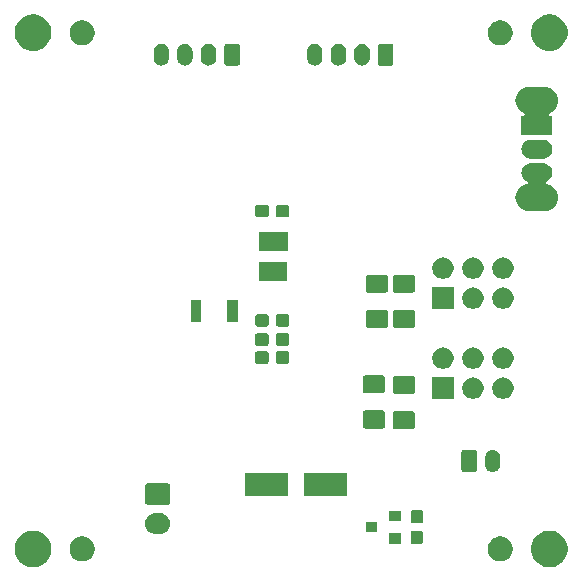
<source format=gts>
G04 #@! TF.GenerationSoftware,KiCad,Pcbnew,5.1.5+dfsg1-2build2*
G04 #@! TF.CreationDate,2022-07-11T00:56:17+09:00*
G04 #@! TF.ProjectId,m5-pantilt,6d352d70-616e-4746-996c-742e6b696361,1*
G04 #@! TF.SameCoordinates,PX5f5e100PY5f5e100*
G04 #@! TF.FileFunction,Soldermask,Top*
G04 #@! TF.FilePolarity,Negative*
%FSLAX46Y46*%
G04 Gerber Fmt 4.6, Leading zero omitted, Abs format (unit mm)*
G04 Created by KiCad (PCBNEW 5.1.5+dfsg1-2build2) date 2022-07-11 00:56:17*
%MOMM*%
%LPD*%
G04 APERTURE LIST*
%ADD10C,0.152000*%
G04 APERTURE END LIST*
D10*
G36*
X3363189Y4688980D02*
G01*
X3602410Y4641396D01*
X3884674Y4524479D01*
X4138705Y4354741D01*
X4354741Y4138705D01*
X4524479Y3884674D01*
X4641396Y3602410D01*
X4701000Y3302760D01*
X4701000Y2997240D01*
X4641396Y2697590D01*
X4524479Y2415326D01*
X4354741Y2161295D01*
X4138705Y1945259D01*
X3884674Y1775521D01*
X3602410Y1658604D01*
X3452585Y1628802D01*
X3302761Y1599000D01*
X2997239Y1599000D01*
X2847415Y1628802D01*
X2697590Y1658604D01*
X2415326Y1775521D01*
X2161295Y1945259D01*
X1945259Y2161295D01*
X1775521Y2415326D01*
X1658604Y2697590D01*
X1599000Y2997240D01*
X1599000Y3302760D01*
X1658604Y3602410D01*
X1775521Y3884674D01*
X1945259Y4138705D01*
X2161295Y4354741D01*
X2415326Y4524479D01*
X2697590Y4641396D01*
X2936811Y4688980D01*
X2997239Y4701000D01*
X3302761Y4701000D01*
X3363189Y4688980D01*
G37*
G36*
X47063189Y4688980D02*
G01*
X47302410Y4641396D01*
X47584674Y4524479D01*
X47838705Y4354741D01*
X48054741Y4138705D01*
X48224479Y3884674D01*
X48341396Y3602410D01*
X48401000Y3302760D01*
X48401000Y2997240D01*
X48341396Y2697590D01*
X48224479Y2415326D01*
X48054741Y2161295D01*
X47838705Y1945259D01*
X47584674Y1775521D01*
X47302410Y1658604D01*
X47152585Y1628802D01*
X47002761Y1599000D01*
X46697239Y1599000D01*
X46547415Y1628802D01*
X46397590Y1658604D01*
X46115326Y1775521D01*
X45861295Y1945259D01*
X45645259Y2161295D01*
X45475521Y2415326D01*
X45358604Y2697590D01*
X45299000Y2997240D01*
X45299000Y3302760D01*
X45358604Y3602410D01*
X45475521Y3884674D01*
X45645259Y4138705D01*
X45861295Y4354741D01*
X46115326Y4524479D01*
X46397590Y4641396D01*
X46636811Y4688980D01*
X46697239Y4701000D01*
X47002761Y4701000D01*
X47063189Y4688980D01*
G37*
G36*
X43006564Y4160611D02*
G01*
X43197833Y4081385D01*
X43197835Y4081384D01*
X43369973Y3966365D01*
X43516365Y3819973D01*
X43631385Y3647833D01*
X43710611Y3456564D01*
X43751000Y3253516D01*
X43751000Y3046484D01*
X43710611Y2843436D01*
X43650200Y2697591D01*
X43631384Y2652165D01*
X43516365Y2480027D01*
X43369973Y2333635D01*
X43197835Y2218616D01*
X43197834Y2218615D01*
X43197833Y2218615D01*
X43006564Y2139389D01*
X42803516Y2099000D01*
X42596484Y2099000D01*
X42393436Y2139389D01*
X42202167Y2218615D01*
X42202166Y2218615D01*
X42202165Y2218616D01*
X42030027Y2333635D01*
X41883635Y2480027D01*
X41768616Y2652165D01*
X41749800Y2697591D01*
X41689389Y2843436D01*
X41649000Y3046484D01*
X41649000Y3253516D01*
X41689389Y3456564D01*
X41768615Y3647833D01*
X41883635Y3819973D01*
X42030027Y3966365D01*
X42202165Y4081384D01*
X42202167Y4081385D01*
X42393436Y4160611D01*
X42596484Y4201000D01*
X42803516Y4201000D01*
X43006564Y4160611D01*
G37*
G36*
X7606564Y4160611D02*
G01*
X7797833Y4081385D01*
X7797835Y4081384D01*
X7969973Y3966365D01*
X8116365Y3819973D01*
X8231385Y3647833D01*
X8310611Y3456564D01*
X8351000Y3253516D01*
X8351000Y3046484D01*
X8310611Y2843436D01*
X8250200Y2697591D01*
X8231384Y2652165D01*
X8116365Y2480027D01*
X7969973Y2333635D01*
X7797835Y2218616D01*
X7797834Y2218615D01*
X7797833Y2218615D01*
X7606564Y2139389D01*
X7403516Y2099000D01*
X7196484Y2099000D01*
X6993436Y2139389D01*
X6802167Y2218615D01*
X6802166Y2218615D01*
X6802165Y2218616D01*
X6630027Y2333635D01*
X6483635Y2480027D01*
X6368616Y2652165D01*
X6349800Y2697591D01*
X6289389Y2843436D01*
X6249000Y3046484D01*
X6249000Y3253516D01*
X6289389Y3456564D01*
X6368615Y3647833D01*
X6483635Y3819973D01*
X6630027Y3966365D01*
X6802165Y4081384D01*
X6802167Y4081385D01*
X6993436Y4160611D01*
X7196484Y4201000D01*
X7403516Y4201000D01*
X7606564Y4160611D01*
G37*
G36*
X36000699Y4700355D02*
G01*
X36038195Y4688980D01*
X36072754Y4670508D01*
X36103047Y4645647D01*
X36127908Y4615354D01*
X36146380Y4580795D01*
X36157755Y4543299D01*
X36162200Y4498162D01*
X36162200Y3759438D01*
X36157755Y3714301D01*
X36146380Y3676805D01*
X36127908Y3642246D01*
X36103047Y3611953D01*
X36072754Y3587092D01*
X36038195Y3568620D01*
X36000699Y3557245D01*
X35955562Y3552800D01*
X35316838Y3552800D01*
X35271701Y3557245D01*
X35234205Y3568620D01*
X35199646Y3587092D01*
X35169353Y3611953D01*
X35144492Y3642246D01*
X35126020Y3676805D01*
X35114645Y3714301D01*
X35110200Y3759438D01*
X35110200Y4498162D01*
X35114645Y4543299D01*
X35126020Y4580795D01*
X35144492Y4615354D01*
X35169353Y4645647D01*
X35199646Y4670508D01*
X35234205Y4688980D01*
X35271701Y4700355D01*
X35316838Y4704800D01*
X35955562Y4704800D01*
X36000699Y4700355D01*
G37*
G36*
X34301000Y3599000D02*
G01*
X33299000Y3599000D01*
X33299000Y4501000D01*
X34301000Y4501000D01*
X34301000Y3599000D01*
G37*
G36*
X13960443Y6194481D02*
G01*
X14026627Y6187963D01*
X14196466Y6136443D01*
X14352991Y6052778D01*
X14388729Y6023448D01*
X14490186Y5940186D01*
X14573448Y5838729D01*
X14602778Y5802991D01*
X14686443Y5646466D01*
X14737963Y5476627D01*
X14755359Y5300000D01*
X14737963Y5123373D01*
X14686443Y4953534D01*
X14602778Y4797009D01*
X14573448Y4761271D01*
X14490186Y4659814D01*
X14393900Y4580795D01*
X14352991Y4547222D01*
X14352989Y4547221D01*
X14251754Y4493109D01*
X14196466Y4463557D01*
X14026627Y4412037D01*
X13960442Y4405518D01*
X13894260Y4399000D01*
X13505740Y4399000D01*
X13439558Y4405518D01*
X13373373Y4412037D01*
X13203534Y4463557D01*
X13148247Y4493109D01*
X13047011Y4547221D01*
X13047009Y4547222D01*
X13006100Y4580795D01*
X12909814Y4659814D01*
X12826552Y4761271D01*
X12797222Y4797009D01*
X12713557Y4953534D01*
X12662037Y5123373D01*
X12644641Y5300000D01*
X12662037Y5476627D01*
X12713557Y5646466D01*
X12797222Y5802991D01*
X12826552Y5838729D01*
X12909814Y5940186D01*
X13011271Y6023448D01*
X13047009Y6052778D01*
X13203534Y6136443D01*
X13373373Y6187963D01*
X13439557Y6194481D01*
X13505740Y6201000D01*
X13894260Y6201000D01*
X13960443Y6194481D01*
G37*
G36*
X32301000Y4549000D02*
G01*
X31299000Y4549000D01*
X31299000Y5451000D01*
X32301000Y5451000D01*
X32301000Y4549000D01*
G37*
G36*
X36000699Y6450355D02*
G01*
X36038195Y6438980D01*
X36072754Y6420508D01*
X36103047Y6395647D01*
X36127908Y6365354D01*
X36146380Y6330795D01*
X36157755Y6293299D01*
X36162200Y6248162D01*
X36162200Y5509438D01*
X36157755Y5464301D01*
X36146380Y5426805D01*
X36127908Y5392246D01*
X36103047Y5361953D01*
X36072754Y5337092D01*
X36038195Y5318620D01*
X36000699Y5307245D01*
X35955562Y5302800D01*
X35316838Y5302800D01*
X35271701Y5307245D01*
X35234205Y5318620D01*
X35199646Y5337092D01*
X35169353Y5361953D01*
X35144492Y5392246D01*
X35126020Y5426805D01*
X35114645Y5464301D01*
X35110200Y5509438D01*
X35110200Y6248162D01*
X35114645Y6293299D01*
X35126020Y6330795D01*
X35144492Y6365354D01*
X35169353Y6395647D01*
X35199646Y6420508D01*
X35234205Y6438980D01*
X35271701Y6450355D01*
X35316838Y6454800D01*
X35955562Y6454800D01*
X36000699Y6450355D01*
G37*
G36*
X34301000Y5499000D02*
G01*
X33299000Y5499000D01*
X33299000Y6401000D01*
X34301000Y6401000D01*
X34301000Y5499000D01*
G37*
G36*
X14608600Y8697011D02*
G01*
X14641652Y8686985D01*
X14672103Y8670708D01*
X14698799Y8648799D01*
X14720708Y8622103D01*
X14736985Y8591652D01*
X14747011Y8558600D01*
X14751000Y8518097D01*
X14751000Y7081903D01*
X14747011Y7041400D01*
X14736985Y7008348D01*
X14720708Y6977897D01*
X14698799Y6951201D01*
X14672103Y6929292D01*
X14641652Y6913015D01*
X14608600Y6902989D01*
X14568097Y6899000D01*
X12831903Y6899000D01*
X12791400Y6902989D01*
X12758348Y6913015D01*
X12727897Y6929292D01*
X12701201Y6951201D01*
X12679292Y6977897D01*
X12663015Y7008348D01*
X12652989Y7041400D01*
X12649000Y7081903D01*
X12649000Y8518097D01*
X12652989Y8558600D01*
X12663015Y8591652D01*
X12679292Y8622103D01*
X12701201Y8648799D01*
X12727897Y8670708D01*
X12758348Y8686985D01*
X12791400Y8697011D01*
X12831903Y8701000D01*
X14568097Y8701000D01*
X14608600Y8697011D01*
G37*
G36*
X29701000Y7649000D02*
G01*
X26099000Y7649000D01*
X26099000Y9551000D01*
X29701000Y9551000D01*
X29701000Y7649000D01*
G37*
G36*
X24701000Y7649000D02*
G01*
X21099000Y7649000D01*
X21099000Y9551000D01*
X24701000Y9551000D01*
X24701000Y7649000D01*
G37*
G36*
X42187617Y11516580D02*
G01*
X42268399Y11492075D01*
X42310335Y11479354D01*
X42423424Y11418906D01*
X42522554Y11337553D01*
X42603906Y11238425D01*
X42664354Y11125336D01*
X42674040Y11093404D01*
X42701580Y11002618D01*
X42711000Y10906973D01*
X42711000Y10293027D01*
X42701580Y10197382D01*
X42674040Y10106596D01*
X42664354Y10074664D01*
X42603906Y9961575D01*
X42522554Y9862446D01*
X42423425Y9781094D01*
X42310336Y9720646D01*
X42278404Y9710960D01*
X42187618Y9683420D01*
X42060000Y9670851D01*
X41932383Y9683420D01*
X41841597Y9710960D01*
X41809665Y9720646D01*
X41696576Y9781094D01*
X41597447Y9862446D01*
X41516096Y9961573D01*
X41516095Y9961575D01*
X41455647Y10074664D01*
X41455645Y10074667D01*
X41443237Y10115573D01*
X41418420Y10197382D01*
X41409000Y10293027D01*
X41409000Y10906972D01*
X41418420Y11002617D01*
X41455645Y11125331D01*
X41455646Y11125335D01*
X41516094Y11238424D01*
X41597447Y11337554D01*
X41696575Y11418906D01*
X41809664Y11479354D01*
X41851600Y11492075D01*
X41932382Y11516580D01*
X42060000Y11529149D01*
X42187617Y11516580D01*
G37*
G36*
X40551242Y11521596D02*
G01*
X40588337Y11510343D01*
X40622515Y11492075D01*
X40652481Y11467481D01*
X40677075Y11437515D01*
X40695343Y11403337D01*
X40706596Y11366242D01*
X40711000Y11321526D01*
X40711000Y9878474D01*
X40706596Y9833758D01*
X40695343Y9796663D01*
X40677075Y9762485D01*
X40652481Y9732519D01*
X40622515Y9707925D01*
X40588337Y9689657D01*
X40551242Y9678404D01*
X40506526Y9674000D01*
X39613474Y9674000D01*
X39568758Y9678404D01*
X39531663Y9689657D01*
X39497485Y9707925D01*
X39467519Y9732519D01*
X39442925Y9762485D01*
X39424657Y9796663D01*
X39413404Y9833758D01*
X39409000Y9878474D01*
X39409000Y11321526D01*
X39413404Y11366242D01*
X39424657Y11403337D01*
X39442925Y11437515D01*
X39467519Y11467481D01*
X39497485Y11492075D01*
X39531663Y11510343D01*
X39568758Y11521596D01*
X39613474Y11526000D01*
X40506526Y11526000D01*
X40551242Y11521596D01*
G37*
G36*
X35319562Y14802319D02*
G01*
X35354481Y14791726D01*
X35386663Y14774524D01*
X35414873Y14751373D01*
X35438024Y14723163D01*
X35455226Y14690981D01*
X35465819Y14656062D01*
X35470000Y14613605D01*
X35470000Y13472395D01*
X35465819Y13429938D01*
X35455226Y13395019D01*
X35438024Y13362837D01*
X35414873Y13334627D01*
X35386663Y13311476D01*
X35354481Y13294274D01*
X35319562Y13283681D01*
X35277105Y13279500D01*
X33810895Y13279500D01*
X33768438Y13283681D01*
X33733519Y13294274D01*
X33701337Y13311476D01*
X33673127Y13334627D01*
X33649976Y13362837D01*
X33632774Y13395019D01*
X33622181Y13429938D01*
X33618000Y13472395D01*
X33618000Y14613605D01*
X33622181Y14656062D01*
X33632774Y14690981D01*
X33649976Y14723163D01*
X33673127Y14751373D01*
X33701337Y14774524D01*
X33733519Y14791726D01*
X33768438Y14802319D01*
X33810895Y14806500D01*
X35277105Y14806500D01*
X35319562Y14802319D01*
G37*
G36*
X32779562Y14867419D02*
G01*
X32814481Y14856826D01*
X32846663Y14839624D01*
X32874873Y14816473D01*
X32898024Y14788263D01*
X32915226Y14756081D01*
X32925819Y14721162D01*
X32930000Y14678705D01*
X32930000Y13537495D01*
X32925819Y13495038D01*
X32915226Y13460119D01*
X32898024Y13427937D01*
X32874873Y13399727D01*
X32846663Y13376576D01*
X32814481Y13359374D01*
X32779562Y13348781D01*
X32737105Y13344600D01*
X31270895Y13344600D01*
X31228438Y13348781D01*
X31193519Y13359374D01*
X31161337Y13376576D01*
X31133127Y13399727D01*
X31109976Y13427937D01*
X31092774Y13460119D01*
X31082181Y13495038D01*
X31078000Y13537495D01*
X31078000Y14678705D01*
X31082181Y14721162D01*
X31092774Y14756081D01*
X31109976Y14788263D01*
X31133127Y14816473D01*
X31161337Y14839624D01*
X31193519Y14856826D01*
X31228438Y14867419D01*
X31270895Y14871600D01*
X32737105Y14871600D01*
X32779562Y14867419D01*
G37*
G36*
X40499512Y17660073D02*
G01*
X40648812Y17630376D01*
X40812784Y17562456D01*
X40960354Y17463853D01*
X41085853Y17338354D01*
X41184456Y17190784D01*
X41252376Y17026812D01*
X41287000Y16852741D01*
X41287000Y16675259D01*
X41252376Y16501188D01*
X41184456Y16337216D01*
X41085853Y16189646D01*
X40960354Y16064147D01*
X40812784Y15965544D01*
X40648812Y15897624D01*
X40499512Y15867927D01*
X40474742Y15863000D01*
X40297258Y15863000D01*
X40272488Y15867927D01*
X40123188Y15897624D01*
X39959216Y15965544D01*
X39811646Y16064147D01*
X39686147Y16189646D01*
X39587544Y16337216D01*
X39519624Y16501188D01*
X39485000Y16675259D01*
X39485000Y16852741D01*
X39519624Y17026812D01*
X39587544Y17190784D01*
X39686147Y17338354D01*
X39811646Y17463853D01*
X39959216Y17562456D01*
X40123188Y17630376D01*
X40272488Y17660073D01*
X40297258Y17665000D01*
X40474742Y17665000D01*
X40499512Y17660073D01*
G37*
G36*
X38747000Y15863000D02*
G01*
X36945000Y15863000D01*
X36945000Y17665000D01*
X38747000Y17665000D01*
X38747000Y15863000D01*
G37*
G36*
X43039512Y17660073D02*
G01*
X43188812Y17630376D01*
X43352784Y17562456D01*
X43500354Y17463853D01*
X43625853Y17338354D01*
X43724456Y17190784D01*
X43792376Y17026812D01*
X43827000Y16852741D01*
X43827000Y16675259D01*
X43792376Y16501188D01*
X43724456Y16337216D01*
X43625853Y16189646D01*
X43500354Y16064147D01*
X43352784Y15965544D01*
X43188812Y15897624D01*
X43039512Y15867927D01*
X43014742Y15863000D01*
X42837258Y15863000D01*
X42812488Y15867927D01*
X42663188Y15897624D01*
X42499216Y15965544D01*
X42351646Y16064147D01*
X42226147Y16189646D01*
X42127544Y16337216D01*
X42059624Y16501188D01*
X42025000Y16675259D01*
X42025000Y16852741D01*
X42059624Y17026812D01*
X42127544Y17190784D01*
X42226147Y17338354D01*
X42351646Y17463853D01*
X42499216Y17562456D01*
X42663188Y17630376D01*
X42812488Y17660073D01*
X42837258Y17665000D01*
X43014742Y17665000D01*
X43039512Y17660073D01*
G37*
G36*
X35319562Y17777319D02*
G01*
X35354481Y17766726D01*
X35386663Y17749524D01*
X35414873Y17726373D01*
X35438024Y17698163D01*
X35455226Y17665981D01*
X35465819Y17631062D01*
X35470000Y17588605D01*
X35470000Y16447395D01*
X35465819Y16404938D01*
X35455226Y16370019D01*
X35438024Y16337837D01*
X35414873Y16309627D01*
X35386663Y16286476D01*
X35354481Y16269274D01*
X35319562Y16258681D01*
X35277105Y16254500D01*
X33810895Y16254500D01*
X33768438Y16258681D01*
X33733519Y16269274D01*
X33701337Y16286476D01*
X33673127Y16309627D01*
X33649976Y16337837D01*
X33632774Y16370019D01*
X33622181Y16404938D01*
X33618000Y16447395D01*
X33618000Y17588605D01*
X33622181Y17631062D01*
X33632774Y17665981D01*
X33649976Y17698163D01*
X33673127Y17726373D01*
X33701337Y17749524D01*
X33733519Y17766726D01*
X33768438Y17777319D01*
X33810895Y17781500D01*
X35277105Y17781500D01*
X35319562Y17777319D01*
G37*
G36*
X32779562Y17842419D02*
G01*
X32814481Y17831826D01*
X32846663Y17814624D01*
X32874873Y17791473D01*
X32898024Y17763263D01*
X32915226Y17731081D01*
X32925819Y17696162D01*
X32930000Y17653705D01*
X32930000Y16512495D01*
X32925819Y16470038D01*
X32915226Y16435119D01*
X32898024Y16402937D01*
X32874873Y16374727D01*
X32846663Y16351576D01*
X32814481Y16334374D01*
X32779562Y16323781D01*
X32737105Y16319600D01*
X31270895Y16319600D01*
X31228438Y16323781D01*
X31193519Y16334374D01*
X31161337Y16351576D01*
X31133127Y16374727D01*
X31109976Y16402937D01*
X31092774Y16435119D01*
X31082181Y16470038D01*
X31078000Y16512495D01*
X31078000Y17653705D01*
X31082181Y17696162D01*
X31092774Y17731081D01*
X31109976Y17763263D01*
X31133127Y17791473D01*
X31161337Y17814624D01*
X31193519Y17831826D01*
X31228438Y17842419D01*
X31270895Y17846600D01*
X32737105Y17846600D01*
X32779562Y17842419D01*
G37*
G36*
X40499512Y20200073D02*
G01*
X40648812Y20170376D01*
X40812784Y20102456D01*
X40960354Y20003853D01*
X41085853Y19878354D01*
X41184456Y19730784D01*
X41252376Y19566812D01*
X41287000Y19392741D01*
X41287000Y19215259D01*
X41252376Y19041188D01*
X41184456Y18877216D01*
X41085853Y18729646D01*
X40960354Y18604147D01*
X40812784Y18505544D01*
X40648812Y18437624D01*
X40499512Y18407927D01*
X40474742Y18403000D01*
X40297258Y18403000D01*
X40272488Y18407927D01*
X40123188Y18437624D01*
X39959216Y18505544D01*
X39811646Y18604147D01*
X39686147Y18729646D01*
X39587544Y18877216D01*
X39519624Y19041188D01*
X39485000Y19215259D01*
X39485000Y19392741D01*
X39519624Y19566812D01*
X39587544Y19730784D01*
X39686147Y19878354D01*
X39811646Y20003853D01*
X39959216Y20102456D01*
X40123188Y20170376D01*
X40272488Y20200073D01*
X40297258Y20205000D01*
X40474742Y20205000D01*
X40499512Y20200073D01*
G37*
G36*
X37959512Y20200073D02*
G01*
X38108812Y20170376D01*
X38272784Y20102456D01*
X38420354Y20003853D01*
X38545853Y19878354D01*
X38644456Y19730784D01*
X38712376Y19566812D01*
X38747000Y19392741D01*
X38747000Y19215259D01*
X38712376Y19041188D01*
X38644456Y18877216D01*
X38545853Y18729646D01*
X38420354Y18604147D01*
X38272784Y18505544D01*
X38108812Y18437624D01*
X37959512Y18407927D01*
X37934742Y18403000D01*
X37757258Y18403000D01*
X37732488Y18407927D01*
X37583188Y18437624D01*
X37419216Y18505544D01*
X37271646Y18604147D01*
X37146147Y18729646D01*
X37047544Y18877216D01*
X36979624Y19041188D01*
X36945000Y19215259D01*
X36945000Y19392741D01*
X36979624Y19566812D01*
X37047544Y19730784D01*
X37146147Y19878354D01*
X37271646Y20003853D01*
X37419216Y20102456D01*
X37583188Y20170376D01*
X37732488Y20200073D01*
X37757258Y20205000D01*
X37934742Y20205000D01*
X37959512Y20200073D01*
G37*
G36*
X43039512Y20200073D02*
G01*
X43188812Y20170376D01*
X43352784Y20102456D01*
X43500354Y20003853D01*
X43625853Y19878354D01*
X43724456Y19730784D01*
X43792376Y19566812D01*
X43827000Y19392741D01*
X43827000Y19215259D01*
X43792376Y19041188D01*
X43724456Y18877216D01*
X43625853Y18729646D01*
X43500354Y18604147D01*
X43352784Y18505544D01*
X43188812Y18437624D01*
X43039512Y18407927D01*
X43014742Y18403000D01*
X42837258Y18403000D01*
X42812488Y18407927D01*
X42663188Y18437624D01*
X42499216Y18505544D01*
X42351646Y18604147D01*
X42226147Y18729646D01*
X42127544Y18877216D01*
X42059624Y19041188D01*
X42025000Y19215259D01*
X42025000Y19392741D01*
X42059624Y19566812D01*
X42127544Y19730784D01*
X42226147Y19878354D01*
X42351646Y20003853D01*
X42499216Y20102456D01*
X42663188Y20170376D01*
X42812488Y20200073D01*
X42837258Y20205000D01*
X43014742Y20205000D01*
X43039512Y20200073D01*
G37*
G36*
X24682899Y19876355D02*
G01*
X24720395Y19864980D01*
X24754954Y19846508D01*
X24785247Y19821647D01*
X24810108Y19791354D01*
X24828580Y19756795D01*
X24839955Y19719299D01*
X24844400Y19674162D01*
X24844400Y19035438D01*
X24839955Y18990301D01*
X24828580Y18952805D01*
X24810108Y18918246D01*
X24785247Y18887953D01*
X24754954Y18863092D01*
X24720395Y18844620D01*
X24682899Y18833245D01*
X24637762Y18828800D01*
X23899038Y18828800D01*
X23853901Y18833245D01*
X23816405Y18844620D01*
X23781846Y18863092D01*
X23751553Y18887953D01*
X23726692Y18918246D01*
X23708220Y18952805D01*
X23696845Y18990301D01*
X23692400Y19035438D01*
X23692400Y19674162D01*
X23696845Y19719299D01*
X23708220Y19756795D01*
X23726692Y19791354D01*
X23751553Y19821647D01*
X23781846Y19846508D01*
X23816405Y19864980D01*
X23853901Y19876355D01*
X23899038Y19880800D01*
X24637762Y19880800D01*
X24682899Y19876355D01*
G37*
G36*
X22932899Y19876355D02*
G01*
X22970395Y19864980D01*
X23004954Y19846508D01*
X23035247Y19821647D01*
X23060108Y19791354D01*
X23078580Y19756795D01*
X23089955Y19719299D01*
X23094400Y19674162D01*
X23094400Y19035438D01*
X23089955Y18990301D01*
X23078580Y18952805D01*
X23060108Y18918246D01*
X23035247Y18887953D01*
X23004954Y18863092D01*
X22970395Y18844620D01*
X22932899Y18833245D01*
X22887762Y18828800D01*
X22149038Y18828800D01*
X22103901Y18833245D01*
X22066405Y18844620D01*
X22031846Y18863092D01*
X22001553Y18887953D01*
X21976692Y18918246D01*
X21958220Y18952805D01*
X21946845Y18990301D01*
X21942400Y19035438D01*
X21942400Y19674162D01*
X21946845Y19719299D01*
X21958220Y19756795D01*
X21976692Y19791354D01*
X22001553Y19821647D01*
X22031846Y19846508D01*
X22066405Y19864980D01*
X22103901Y19876355D01*
X22149038Y19880800D01*
X22887762Y19880800D01*
X22932899Y19876355D01*
G37*
G36*
X24682899Y21400355D02*
G01*
X24720395Y21388980D01*
X24754954Y21370508D01*
X24785247Y21345647D01*
X24810108Y21315354D01*
X24828580Y21280795D01*
X24839955Y21243299D01*
X24844400Y21198162D01*
X24844400Y20559438D01*
X24839955Y20514301D01*
X24828580Y20476805D01*
X24810108Y20442246D01*
X24785247Y20411953D01*
X24754954Y20387092D01*
X24720395Y20368620D01*
X24682899Y20357245D01*
X24637762Y20352800D01*
X23899038Y20352800D01*
X23853901Y20357245D01*
X23816405Y20368620D01*
X23781846Y20387092D01*
X23751553Y20411953D01*
X23726692Y20442246D01*
X23708220Y20476805D01*
X23696845Y20514301D01*
X23692400Y20559438D01*
X23692400Y21198162D01*
X23696845Y21243299D01*
X23708220Y21280795D01*
X23726692Y21315354D01*
X23751553Y21345647D01*
X23781846Y21370508D01*
X23816405Y21388980D01*
X23853901Y21400355D01*
X23899038Y21404800D01*
X24637762Y21404800D01*
X24682899Y21400355D01*
G37*
G36*
X22932899Y21400355D02*
G01*
X22970395Y21388980D01*
X23004954Y21370508D01*
X23035247Y21345647D01*
X23060108Y21315354D01*
X23078580Y21280795D01*
X23089955Y21243299D01*
X23094400Y21198162D01*
X23094400Y20559438D01*
X23089955Y20514301D01*
X23078580Y20476805D01*
X23060108Y20442246D01*
X23035247Y20411953D01*
X23004954Y20387092D01*
X22970395Y20368620D01*
X22932899Y20357245D01*
X22887762Y20352800D01*
X22149038Y20352800D01*
X22103901Y20357245D01*
X22066405Y20368620D01*
X22031846Y20387092D01*
X22001553Y20411953D01*
X21976692Y20442246D01*
X21958220Y20476805D01*
X21946845Y20514301D01*
X21942400Y20559438D01*
X21942400Y21198162D01*
X21946845Y21243299D01*
X21958220Y21280795D01*
X21976692Y21315354D01*
X22001553Y21345647D01*
X22031846Y21370508D01*
X22066405Y21388980D01*
X22103901Y21400355D01*
X22149038Y21404800D01*
X22887762Y21404800D01*
X22932899Y21400355D01*
G37*
G36*
X35319562Y23401819D02*
G01*
X35354481Y23391226D01*
X35386663Y23374024D01*
X35414873Y23350873D01*
X35438024Y23322663D01*
X35455226Y23290481D01*
X35465819Y23255562D01*
X35470000Y23213105D01*
X35470000Y22071895D01*
X35465819Y22029438D01*
X35455226Y21994519D01*
X35438024Y21962337D01*
X35414873Y21934127D01*
X35386663Y21910976D01*
X35354481Y21893774D01*
X35319562Y21883181D01*
X35277105Y21879000D01*
X33810895Y21879000D01*
X33768438Y21883181D01*
X33733519Y21893774D01*
X33701337Y21910976D01*
X33673127Y21934127D01*
X33649976Y21962337D01*
X33632774Y21994519D01*
X33622181Y22029438D01*
X33618000Y22071895D01*
X33618000Y23213105D01*
X33622181Y23255562D01*
X33632774Y23290481D01*
X33649976Y23322663D01*
X33673127Y23350873D01*
X33701337Y23374024D01*
X33733519Y23391226D01*
X33768438Y23401819D01*
X33810895Y23406000D01*
X35277105Y23406000D01*
X35319562Y23401819D01*
G37*
G36*
X33033562Y23401819D02*
G01*
X33068481Y23391226D01*
X33100663Y23374024D01*
X33128873Y23350873D01*
X33152024Y23322663D01*
X33169226Y23290481D01*
X33179819Y23255562D01*
X33184000Y23213105D01*
X33184000Y22071895D01*
X33179819Y22029438D01*
X33169226Y21994519D01*
X33152024Y21962337D01*
X33128873Y21934127D01*
X33100663Y21910976D01*
X33068481Y21893774D01*
X33033562Y21883181D01*
X32991105Y21879000D01*
X31524895Y21879000D01*
X31482438Y21883181D01*
X31447519Y21893774D01*
X31415337Y21910976D01*
X31387127Y21934127D01*
X31363976Y21962337D01*
X31346774Y21994519D01*
X31336181Y22029438D01*
X31332000Y22071895D01*
X31332000Y23213105D01*
X31336181Y23255562D01*
X31346774Y23290481D01*
X31363976Y23322663D01*
X31387127Y23350873D01*
X31415337Y23374024D01*
X31447519Y23391226D01*
X31482438Y23401819D01*
X31524895Y23406000D01*
X32991105Y23406000D01*
X33033562Y23401819D01*
G37*
G36*
X22945499Y23025955D02*
G01*
X22982995Y23014580D01*
X23017554Y22996108D01*
X23047847Y22971247D01*
X23072708Y22940954D01*
X23091180Y22906395D01*
X23102555Y22868899D01*
X23107000Y22823762D01*
X23107000Y22185038D01*
X23102555Y22139901D01*
X23091180Y22102405D01*
X23072708Y22067846D01*
X23047847Y22037553D01*
X23017554Y22012692D01*
X22982995Y21994220D01*
X22945499Y21982845D01*
X22900362Y21978400D01*
X22161638Y21978400D01*
X22116501Y21982845D01*
X22079005Y21994220D01*
X22044446Y22012692D01*
X22014153Y22037553D01*
X21989292Y22067846D01*
X21970820Y22102405D01*
X21959445Y22139901D01*
X21955000Y22185038D01*
X21955000Y22823762D01*
X21959445Y22868899D01*
X21970820Y22906395D01*
X21989292Y22940954D01*
X22014153Y22971247D01*
X22044446Y22996108D01*
X22079005Y23014580D01*
X22116501Y23025955D01*
X22161638Y23030400D01*
X22900362Y23030400D01*
X22945499Y23025955D01*
G37*
G36*
X24695499Y23025955D02*
G01*
X24732995Y23014580D01*
X24767554Y22996108D01*
X24797847Y22971247D01*
X24822708Y22940954D01*
X24841180Y22906395D01*
X24852555Y22868899D01*
X24857000Y22823762D01*
X24857000Y22185038D01*
X24852555Y22139901D01*
X24841180Y22102405D01*
X24822708Y22067846D01*
X24797847Y22037553D01*
X24767554Y22012692D01*
X24732995Y21994220D01*
X24695499Y21982845D01*
X24650362Y21978400D01*
X23911638Y21978400D01*
X23866501Y21982845D01*
X23829005Y21994220D01*
X23794446Y22012692D01*
X23764153Y22037553D01*
X23739292Y22067846D01*
X23720820Y22102405D01*
X23709445Y22139901D01*
X23705000Y22185038D01*
X23705000Y22823762D01*
X23709445Y22868899D01*
X23720820Y22906395D01*
X23739292Y22940954D01*
X23764153Y22971247D01*
X23794446Y22996108D01*
X23829005Y23014580D01*
X23866501Y23025955D01*
X23911638Y23030400D01*
X24650362Y23030400D01*
X24695499Y23025955D01*
G37*
G36*
X20510800Y22343799D02*
G01*
X19608700Y22343799D01*
X19608700Y24199801D01*
X20510800Y24199801D01*
X20510800Y22343799D01*
G37*
G36*
X17399300Y22343799D02*
G01*
X16497200Y22343799D01*
X16497200Y24199801D01*
X17399300Y24199801D01*
X17399300Y22343799D01*
G37*
G36*
X38747000Y23483000D02*
G01*
X36945000Y23483000D01*
X36945000Y25285000D01*
X38747000Y25285000D01*
X38747000Y23483000D01*
G37*
G36*
X40499512Y25280073D02*
G01*
X40648812Y25250376D01*
X40812784Y25182456D01*
X40960354Y25083853D01*
X41085853Y24958354D01*
X41184456Y24810784D01*
X41252376Y24646812D01*
X41287000Y24472741D01*
X41287000Y24295259D01*
X41252376Y24121188D01*
X41184456Y23957216D01*
X41085853Y23809646D01*
X40960354Y23684147D01*
X40812784Y23585544D01*
X40648812Y23517624D01*
X40499512Y23487927D01*
X40474742Y23483000D01*
X40297258Y23483000D01*
X40272488Y23487927D01*
X40123188Y23517624D01*
X39959216Y23585544D01*
X39811646Y23684147D01*
X39686147Y23809646D01*
X39587544Y23957216D01*
X39519624Y24121188D01*
X39485000Y24295259D01*
X39485000Y24472741D01*
X39519624Y24646812D01*
X39587544Y24810784D01*
X39686147Y24958354D01*
X39811646Y25083853D01*
X39959216Y25182456D01*
X40123188Y25250376D01*
X40272488Y25280073D01*
X40297258Y25285000D01*
X40474742Y25285000D01*
X40499512Y25280073D01*
G37*
G36*
X43039512Y25280073D02*
G01*
X43188812Y25250376D01*
X43352784Y25182456D01*
X43500354Y25083853D01*
X43625853Y24958354D01*
X43724456Y24810784D01*
X43792376Y24646812D01*
X43827000Y24472741D01*
X43827000Y24295259D01*
X43792376Y24121188D01*
X43724456Y23957216D01*
X43625853Y23809646D01*
X43500354Y23684147D01*
X43352784Y23585544D01*
X43188812Y23517624D01*
X43039512Y23487927D01*
X43014742Y23483000D01*
X42837258Y23483000D01*
X42812488Y23487927D01*
X42663188Y23517624D01*
X42499216Y23585544D01*
X42351646Y23684147D01*
X42226147Y23809646D01*
X42127544Y23957216D01*
X42059624Y24121188D01*
X42025000Y24295259D01*
X42025000Y24472741D01*
X42059624Y24646812D01*
X42127544Y24810784D01*
X42226147Y24958354D01*
X42351646Y25083853D01*
X42499216Y25182456D01*
X42663188Y25250376D01*
X42812488Y25280073D01*
X42837258Y25285000D01*
X43014742Y25285000D01*
X43039512Y25280073D01*
G37*
G36*
X35319562Y26376819D02*
G01*
X35354481Y26366226D01*
X35386663Y26349024D01*
X35414873Y26325873D01*
X35438024Y26297663D01*
X35455226Y26265481D01*
X35465819Y26230562D01*
X35470000Y26188105D01*
X35470000Y25046895D01*
X35465819Y25004438D01*
X35455226Y24969519D01*
X35438024Y24937337D01*
X35414873Y24909127D01*
X35386663Y24885976D01*
X35354481Y24868774D01*
X35319562Y24858181D01*
X35277105Y24854000D01*
X33810895Y24854000D01*
X33768438Y24858181D01*
X33733519Y24868774D01*
X33701337Y24885976D01*
X33673127Y24909127D01*
X33649976Y24937337D01*
X33632774Y24969519D01*
X33622181Y25004438D01*
X33618000Y25046895D01*
X33618000Y26188105D01*
X33622181Y26230562D01*
X33632774Y26265481D01*
X33649976Y26297663D01*
X33673127Y26325873D01*
X33701337Y26349024D01*
X33733519Y26366226D01*
X33768438Y26376819D01*
X33810895Y26381000D01*
X35277105Y26381000D01*
X35319562Y26376819D01*
G37*
G36*
X33033562Y26376819D02*
G01*
X33068481Y26366226D01*
X33100663Y26349024D01*
X33128873Y26325873D01*
X33152024Y26297663D01*
X33169226Y26265481D01*
X33179819Y26230562D01*
X33184000Y26188105D01*
X33184000Y25046895D01*
X33179819Y25004438D01*
X33169226Y24969519D01*
X33152024Y24937337D01*
X33128873Y24909127D01*
X33100663Y24885976D01*
X33068481Y24868774D01*
X33033562Y24858181D01*
X32991105Y24854000D01*
X31524895Y24854000D01*
X31482438Y24858181D01*
X31447519Y24868774D01*
X31415337Y24885976D01*
X31387127Y24909127D01*
X31363976Y24937337D01*
X31346774Y24969519D01*
X31336181Y25004438D01*
X31332000Y25046895D01*
X31332000Y26188105D01*
X31336181Y26230562D01*
X31346774Y26265481D01*
X31363976Y26297663D01*
X31387127Y26325873D01*
X31415337Y26349024D01*
X31447519Y26366226D01*
X31482438Y26376819D01*
X31524895Y26381000D01*
X32991105Y26381000D01*
X33033562Y26376819D01*
G37*
G36*
X24681000Y25869000D02*
G01*
X22279000Y25869000D01*
X22279000Y27471000D01*
X24681000Y27471000D01*
X24681000Y25869000D01*
G37*
G36*
X37959512Y27820073D02*
G01*
X38108812Y27790376D01*
X38272784Y27722456D01*
X38420354Y27623853D01*
X38545853Y27498354D01*
X38644456Y27350784D01*
X38712376Y27186812D01*
X38747000Y27012741D01*
X38747000Y26835259D01*
X38712376Y26661188D01*
X38644456Y26497216D01*
X38545853Y26349646D01*
X38420354Y26224147D01*
X38272784Y26125544D01*
X38108812Y26057624D01*
X37959512Y26027927D01*
X37934742Y26023000D01*
X37757258Y26023000D01*
X37732488Y26027927D01*
X37583188Y26057624D01*
X37419216Y26125544D01*
X37271646Y26224147D01*
X37146147Y26349646D01*
X37047544Y26497216D01*
X36979624Y26661188D01*
X36945000Y26835259D01*
X36945000Y27012741D01*
X36979624Y27186812D01*
X37047544Y27350784D01*
X37146147Y27498354D01*
X37271646Y27623853D01*
X37419216Y27722456D01*
X37583188Y27790376D01*
X37732488Y27820073D01*
X37757258Y27825000D01*
X37934742Y27825000D01*
X37959512Y27820073D01*
G37*
G36*
X40499512Y27820073D02*
G01*
X40648812Y27790376D01*
X40812784Y27722456D01*
X40960354Y27623853D01*
X41085853Y27498354D01*
X41184456Y27350784D01*
X41252376Y27186812D01*
X41287000Y27012741D01*
X41287000Y26835259D01*
X41252376Y26661188D01*
X41184456Y26497216D01*
X41085853Y26349646D01*
X40960354Y26224147D01*
X40812784Y26125544D01*
X40648812Y26057624D01*
X40499512Y26027927D01*
X40474742Y26023000D01*
X40297258Y26023000D01*
X40272488Y26027927D01*
X40123188Y26057624D01*
X39959216Y26125544D01*
X39811646Y26224147D01*
X39686147Y26349646D01*
X39587544Y26497216D01*
X39519624Y26661188D01*
X39485000Y26835259D01*
X39485000Y27012741D01*
X39519624Y27186812D01*
X39587544Y27350784D01*
X39686147Y27498354D01*
X39811646Y27623853D01*
X39959216Y27722456D01*
X40123188Y27790376D01*
X40272488Y27820073D01*
X40297258Y27825000D01*
X40474742Y27825000D01*
X40499512Y27820073D01*
G37*
G36*
X43039512Y27820073D02*
G01*
X43188812Y27790376D01*
X43352784Y27722456D01*
X43500354Y27623853D01*
X43625853Y27498354D01*
X43724456Y27350784D01*
X43792376Y27186812D01*
X43827000Y27012741D01*
X43827000Y26835259D01*
X43792376Y26661188D01*
X43724456Y26497216D01*
X43625853Y26349646D01*
X43500354Y26224147D01*
X43352784Y26125544D01*
X43188812Y26057624D01*
X43039512Y26027927D01*
X43014742Y26023000D01*
X42837258Y26023000D01*
X42812488Y26027927D01*
X42663188Y26057624D01*
X42499216Y26125544D01*
X42351646Y26224147D01*
X42226147Y26349646D01*
X42127544Y26497216D01*
X42059624Y26661188D01*
X42025000Y26835259D01*
X42025000Y27012741D01*
X42059624Y27186812D01*
X42127544Y27350784D01*
X42226147Y27498354D01*
X42351646Y27623853D01*
X42499216Y27722456D01*
X42663188Y27790376D01*
X42812488Y27820073D01*
X42837258Y27825000D01*
X43014742Y27825000D01*
X43039512Y27820073D01*
G37*
G36*
X24696000Y28409000D02*
G01*
X22294000Y28409000D01*
X22294000Y30011000D01*
X24696000Y30011000D01*
X24696000Y28409000D01*
G37*
G36*
X22945499Y32271555D02*
G01*
X22982995Y32260180D01*
X23017554Y32241708D01*
X23047847Y32216847D01*
X23072708Y32186554D01*
X23091180Y32151995D01*
X23102555Y32114499D01*
X23107000Y32069362D01*
X23107000Y31430638D01*
X23102555Y31385501D01*
X23091180Y31348005D01*
X23072708Y31313446D01*
X23047847Y31283153D01*
X23017554Y31258292D01*
X22982995Y31239820D01*
X22945499Y31228445D01*
X22900362Y31224000D01*
X22161638Y31224000D01*
X22116501Y31228445D01*
X22079005Y31239820D01*
X22044446Y31258292D01*
X22014153Y31283153D01*
X21989292Y31313446D01*
X21970820Y31348005D01*
X21959445Y31385501D01*
X21955000Y31430638D01*
X21955000Y32069362D01*
X21959445Y32114499D01*
X21970820Y32151995D01*
X21989292Y32186554D01*
X22014153Y32216847D01*
X22044446Y32241708D01*
X22079005Y32260180D01*
X22116501Y32271555D01*
X22161638Y32276000D01*
X22900362Y32276000D01*
X22945499Y32271555D01*
G37*
G36*
X24695499Y32271555D02*
G01*
X24732995Y32260180D01*
X24767554Y32241708D01*
X24797847Y32216847D01*
X24822708Y32186554D01*
X24841180Y32151995D01*
X24852555Y32114499D01*
X24857000Y32069362D01*
X24857000Y31430638D01*
X24852555Y31385501D01*
X24841180Y31348005D01*
X24822708Y31313446D01*
X24797847Y31283153D01*
X24767554Y31258292D01*
X24732995Y31239820D01*
X24695499Y31228445D01*
X24650362Y31224000D01*
X23911638Y31224000D01*
X23866501Y31228445D01*
X23829005Y31239820D01*
X23794446Y31258292D01*
X23764153Y31283153D01*
X23739292Y31313446D01*
X23720820Y31348005D01*
X23709445Y31385501D01*
X23705000Y31430638D01*
X23705000Y32069362D01*
X23709445Y32114499D01*
X23720820Y32151995D01*
X23739292Y32186554D01*
X23764153Y32216847D01*
X23794446Y32241708D01*
X23829005Y32260180D01*
X23866501Y32271555D01*
X23911638Y32276000D01*
X24650362Y32276000D01*
X24695499Y32271555D01*
G37*
G36*
X46378571Y35797137D02*
G01*
X46457023Y35789410D01*
X46557682Y35758875D01*
X46608013Y35743608D01*
X46747165Y35669229D01*
X46869133Y35569133D01*
X46969229Y35447165D01*
X47043608Y35308013D01*
X47043608Y35308012D01*
X47089410Y35157023D01*
X47104875Y35000000D01*
X47089410Y34842977D01*
X47058875Y34742318D01*
X47043608Y34691987D01*
X46969229Y34552835D01*
X46869133Y34430867D01*
X46747165Y34330771D01*
X46631161Y34268765D01*
X46610787Y34255151D01*
X46593460Y34237824D01*
X46579846Y34217450D01*
X46570469Y34194811D01*
X46565689Y34170777D01*
X46565689Y34146273D01*
X46570470Y34122240D01*
X46579847Y34099601D01*
X46593461Y34079227D01*
X46610788Y34061900D01*
X46631162Y34048286D01*
X46653801Y34038909D01*
X46673516Y34034988D01*
X46675631Y34034346D01*
X46675635Y34034346D01*
X46892600Y33968530D01*
X46892602Y33968529D01*
X47092555Y33861653D01*
X47267818Y33717818D01*
X47411653Y33542555D01*
X47518529Y33342602D01*
X47584346Y33125634D01*
X47606569Y32900000D01*
X47584346Y32674366D01*
X47518529Y32457398D01*
X47411653Y32257445D01*
X47267818Y32082182D01*
X47092555Y31938347D01*
X46892602Y31831471D01*
X46892600Y31831470D01*
X46675635Y31765654D01*
X46619271Y31760103D01*
X46506545Y31749000D01*
X45093455Y31749000D01*
X44980729Y31760103D01*
X44924365Y31765654D01*
X44707400Y31831470D01*
X44707398Y31831471D01*
X44507445Y31938347D01*
X44332182Y32082182D01*
X44188347Y32257445D01*
X44081471Y32457398D01*
X44015654Y32674366D01*
X43993431Y32900000D01*
X44015654Y33125634D01*
X44081471Y33342602D01*
X44188347Y33542555D01*
X44332182Y33717818D01*
X44507445Y33861653D01*
X44707398Y33968529D01*
X44707400Y33968530D01*
X44924365Y34034346D01*
X44924369Y34034346D01*
X44926484Y34034988D01*
X44946197Y34038909D01*
X44968836Y34048285D01*
X44989210Y34061899D01*
X45006538Y34079225D01*
X45020152Y34099599D01*
X45029530Y34122238D01*
X45034311Y34146271D01*
X45034311Y34170775D01*
X45029531Y34194809D01*
X45020155Y34217448D01*
X45006541Y34237822D01*
X44989215Y34255150D01*
X44968839Y34268765D01*
X44852835Y34330771D01*
X44730867Y34430867D01*
X44630771Y34552835D01*
X44556392Y34691987D01*
X44541125Y34742318D01*
X44510590Y34842977D01*
X44495125Y35000000D01*
X44510590Y35157023D01*
X44556392Y35308012D01*
X44556392Y35308013D01*
X44630771Y35447165D01*
X44730867Y35569133D01*
X44852835Y35669229D01*
X44991987Y35743608D01*
X45042318Y35758875D01*
X45142977Y35789410D01*
X45221429Y35797137D01*
X45260654Y35801000D01*
X46339346Y35801000D01*
X46378571Y35797137D01*
G37*
G36*
X46378571Y37797137D02*
G01*
X46457023Y37789410D01*
X46557682Y37758875D01*
X46608013Y37743608D01*
X46747165Y37669229D01*
X46869133Y37569133D01*
X46969229Y37447165D01*
X47043608Y37308013D01*
X47043608Y37308012D01*
X47089410Y37157023D01*
X47104875Y37000000D01*
X47089410Y36842977D01*
X47058875Y36742318D01*
X47043608Y36691987D01*
X46969229Y36552835D01*
X46869133Y36430867D01*
X46747165Y36330771D01*
X46608013Y36256392D01*
X46557682Y36241125D01*
X46457023Y36210590D01*
X46378571Y36202863D01*
X46339346Y36199000D01*
X45260654Y36199000D01*
X45221429Y36202863D01*
X45142977Y36210590D01*
X45042318Y36241125D01*
X44991987Y36256392D01*
X44852835Y36330771D01*
X44730867Y36430867D01*
X44630771Y36552835D01*
X44556392Y36691987D01*
X44541125Y36742318D01*
X44510590Y36842977D01*
X44495125Y37000000D01*
X44510590Y37157023D01*
X44556392Y37308012D01*
X44556392Y37308013D01*
X44630771Y37447165D01*
X44730867Y37569133D01*
X44852835Y37669229D01*
X44991987Y37743608D01*
X45042318Y37758875D01*
X45142977Y37789410D01*
X45221429Y37797137D01*
X45260654Y37801000D01*
X46339346Y37801000D01*
X46378571Y37797137D01*
G37*
G36*
X46619271Y42239897D02*
G01*
X46675635Y42234346D01*
X46892600Y42168530D01*
X46892602Y42168529D01*
X47092555Y42061653D01*
X47267818Y41917818D01*
X47411653Y41742555D01*
X47518529Y41542602D01*
X47584346Y41325634D01*
X47606569Y41100000D01*
X47584346Y40874366D01*
X47518529Y40657398D01*
X47411653Y40457445D01*
X47267818Y40282182D01*
X47092555Y40138347D01*
X46901521Y40036238D01*
X46881147Y40022625D01*
X46863820Y40005298D01*
X46850206Y39984923D01*
X46840828Y39962285D01*
X46836048Y39938251D01*
X46836048Y39913747D01*
X46840828Y39889714D01*
X46850206Y39867075D01*
X46863819Y39846701D01*
X46881146Y39829374D01*
X46901521Y39815760D01*
X46924159Y39806382D01*
X46948193Y39801602D01*
X46960445Y39801000D01*
X47101000Y39801000D01*
X47101000Y38199000D01*
X44499000Y38199000D01*
X44499000Y39801000D01*
X44639555Y39801000D01*
X44663941Y39803402D01*
X44687390Y39810515D01*
X44709001Y39822066D01*
X44727943Y39837611D01*
X44743488Y39856553D01*
X44755039Y39878164D01*
X44762152Y39901613D01*
X44764554Y39925999D01*
X44762152Y39950385D01*
X44755039Y39973834D01*
X44743488Y39995445D01*
X44727943Y40014387D01*
X44709001Y40029932D01*
X44698479Y40036238D01*
X44507445Y40138347D01*
X44332182Y40282182D01*
X44188347Y40457445D01*
X44081471Y40657398D01*
X44015654Y40874366D01*
X43993431Y41100000D01*
X44015654Y41325634D01*
X44081471Y41542602D01*
X44188347Y41742555D01*
X44332182Y41917818D01*
X44507445Y42061653D01*
X44707398Y42168529D01*
X44707400Y42168530D01*
X44924365Y42234346D01*
X44980729Y42239897D01*
X45093455Y42251000D01*
X46506545Y42251000D01*
X46619271Y42239897D01*
G37*
G36*
X16127618Y45916580D02*
G01*
X16208400Y45892075D01*
X16250336Y45879354D01*
X16363425Y45818906D01*
X16462554Y45737554D01*
X16543906Y45638425D01*
X16604354Y45525336D01*
X16604355Y45525332D01*
X16641580Y45402618D01*
X16651000Y45306973D01*
X16651000Y44693027D01*
X16641580Y44597382D01*
X16614040Y44506596D01*
X16604354Y44474664D01*
X16543906Y44361575D01*
X16462554Y44262447D01*
X16363424Y44181094D01*
X16250335Y44120646D01*
X16218403Y44110960D01*
X16127617Y44083420D01*
X16000000Y44070851D01*
X15872382Y44083420D01*
X15781596Y44110960D01*
X15749664Y44120646D01*
X15636575Y44181094D01*
X15537447Y44262446D01*
X15456094Y44361576D01*
X15395646Y44474665D01*
X15385960Y44506597D01*
X15358420Y44597383D01*
X15349000Y44693028D01*
X15349000Y45306973D01*
X15358420Y45402618D01*
X15395645Y45525332D01*
X15395645Y45525333D01*
X15427957Y45585783D01*
X15456095Y45638426D01*
X15469493Y45654751D01*
X15537447Y45737554D01*
X15636576Y45818906D01*
X15749665Y45879354D01*
X15791601Y45892075D01*
X15872383Y45916580D01*
X16000000Y45929149D01*
X16127618Y45916580D01*
G37*
G36*
X27127618Y45916580D02*
G01*
X27208400Y45892075D01*
X27250336Y45879354D01*
X27363425Y45818906D01*
X27462554Y45737554D01*
X27543906Y45638425D01*
X27604354Y45525336D01*
X27604355Y45525332D01*
X27641580Y45402618D01*
X27651000Y45306973D01*
X27651000Y44693027D01*
X27641580Y44597382D01*
X27614040Y44506596D01*
X27604354Y44474664D01*
X27543906Y44361575D01*
X27462554Y44262447D01*
X27363424Y44181094D01*
X27250335Y44120646D01*
X27218403Y44110960D01*
X27127617Y44083420D01*
X27000000Y44070851D01*
X26872382Y44083420D01*
X26781596Y44110960D01*
X26749664Y44120646D01*
X26636575Y44181094D01*
X26537447Y44262446D01*
X26456094Y44361576D01*
X26395646Y44474665D01*
X26385960Y44506597D01*
X26358420Y44597383D01*
X26349000Y44693028D01*
X26349000Y45306973D01*
X26358420Y45402618D01*
X26395645Y45525332D01*
X26395645Y45525333D01*
X26427957Y45585783D01*
X26456095Y45638426D01*
X26469493Y45654751D01*
X26537447Y45737554D01*
X26636576Y45818906D01*
X26749665Y45879354D01*
X26791601Y45892075D01*
X26872383Y45916580D01*
X27000000Y45929149D01*
X27127618Y45916580D01*
G37*
G36*
X29127618Y45916580D02*
G01*
X29208400Y45892075D01*
X29250336Y45879354D01*
X29363425Y45818906D01*
X29462554Y45737554D01*
X29543906Y45638425D01*
X29604354Y45525336D01*
X29604355Y45525332D01*
X29641580Y45402618D01*
X29651000Y45306973D01*
X29651000Y44693027D01*
X29641580Y44597382D01*
X29614040Y44506596D01*
X29604354Y44474664D01*
X29543906Y44361575D01*
X29462554Y44262447D01*
X29363424Y44181094D01*
X29250335Y44120646D01*
X29218403Y44110960D01*
X29127617Y44083420D01*
X29000000Y44070851D01*
X28872382Y44083420D01*
X28781596Y44110960D01*
X28749664Y44120646D01*
X28636575Y44181094D01*
X28537447Y44262446D01*
X28456094Y44361576D01*
X28395646Y44474665D01*
X28385960Y44506597D01*
X28358420Y44597383D01*
X28349000Y44693028D01*
X28349000Y45306973D01*
X28358420Y45402618D01*
X28395645Y45525332D01*
X28395645Y45525333D01*
X28427957Y45585783D01*
X28456095Y45638426D01*
X28469493Y45654751D01*
X28537447Y45737554D01*
X28636576Y45818906D01*
X28749665Y45879354D01*
X28791601Y45892075D01*
X28872383Y45916580D01*
X29000000Y45929149D01*
X29127618Y45916580D01*
G37*
G36*
X31127618Y45916580D02*
G01*
X31208400Y45892075D01*
X31250336Y45879354D01*
X31363425Y45818906D01*
X31462554Y45737554D01*
X31543906Y45638425D01*
X31604354Y45525336D01*
X31604355Y45525332D01*
X31641580Y45402618D01*
X31651000Y45306973D01*
X31651000Y44693027D01*
X31641580Y44597382D01*
X31614040Y44506596D01*
X31604354Y44474664D01*
X31543906Y44361575D01*
X31462554Y44262447D01*
X31363424Y44181094D01*
X31250335Y44120646D01*
X31218403Y44110960D01*
X31127617Y44083420D01*
X31000000Y44070851D01*
X30872382Y44083420D01*
X30781596Y44110960D01*
X30749664Y44120646D01*
X30636575Y44181094D01*
X30537447Y44262446D01*
X30456094Y44361576D01*
X30395646Y44474665D01*
X30385960Y44506597D01*
X30358420Y44597383D01*
X30349000Y44693028D01*
X30349000Y45306973D01*
X30358420Y45402618D01*
X30395645Y45525332D01*
X30395645Y45525333D01*
X30427957Y45585783D01*
X30456095Y45638426D01*
X30469493Y45654751D01*
X30537447Y45737554D01*
X30636576Y45818906D01*
X30749665Y45879354D01*
X30791601Y45892075D01*
X30872383Y45916580D01*
X31000000Y45929149D01*
X31127618Y45916580D01*
G37*
G36*
X14127618Y45916580D02*
G01*
X14208400Y45892075D01*
X14250336Y45879354D01*
X14363425Y45818906D01*
X14462554Y45737554D01*
X14543906Y45638425D01*
X14604354Y45525336D01*
X14604355Y45525332D01*
X14641580Y45402618D01*
X14651000Y45306973D01*
X14651000Y44693027D01*
X14641580Y44597382D01*
X14614040Y44506596D01*
X14604354Y44474664D01*
X14543906Y44361575D01*
X14462554Y44262447D01*
X14363424Y44181094D01*
X14250335Y44120646D01*
X14218403Y44110960D01*
X14127617Y44083420D01*
X14000000Y44070851D01*
X13872382Y44083420D01*
X13781596Y44110960D01*
X13749664Y44120646D01*
X13636575Y44181094D01*
X13537447Y44262446D01*
X13456094Y44361576D01*
X13395646Y44474665D01*
X13385960Y44506597D01*
X13358420Y44597383D01*
X13349000Y44693028D01*
X13349000Y45306973D01*
X13358420Y45402618D01*
X13395645Y45525332D01*
X13395645Y45525333D01*
X13427957Y45585783D01*
X13456095Y45638426D01*
X13469493Y45654751D01*
X13537447Y45737554D01*
X13636576Y45818906D01*
X13749665Y45879354D01*
X13791601Y45892075D01*
X13872383Y45916580D01*
X14000000Y45929149D01*
X14127618Y45916580D01*
G37*
G36*
X18127618Y45916580D02*
G01*
X18208400Y45892075D01*
X18250336Y45879354D01*
X18363425Y45818906D01*
X18462554Y45737554D01*
X18543906Y45638425D01*
X18604354Y45525336D01*
X18604355Y45525332D01*
X18641580Y45402618D01*
X18651000Y45306973D01*
X18651000Y44693027D01*
X18641580Y44597382D01*
X18614040Y44506596D01*
X18604354Y44474664D01*
X18543906Y44361575D01*
X18462554Y44262447D01*
X18363424Y44181094D01*
X18250335Y44120646D01*
X18218403Y44110960D01*
X18127617Y44083420D01*
X18000000Y44070851D01*
X17872382Y44083420D01*
X17781596Y44110960D01*
X17749664Y44120646D01*
X17636575Y44181094D01*
X17537447Y44262446D01*
X17456094Y44361576D01*
X17395646Y44474665D01*
X17385960Y44506597D01*
X17358420Y44597383D01*
X17349000Y44693028D01*
X17349000Y45306973D01*
X17358420Y45402618D01*
X17395645Y45525332D01*
X17395645Y45525333D01*
X17427957Y45585783D01*
X17456095Y45638426D01*
X17469493Y45654751D01*
X17537447Y45737554D01*
X17636576Y45818906D01*
X17749665Y45879354D01*
X17791601Y45892075D01*
X17872383Y45916580D01*
X18000000Y45929149D01*
X18127618Y45916580D01*
G37*
G36*
X20491242Y45921596D02*
G01*
X20528337Y45910343D01*
X20562515Y45892075D01*
X20592481Y45867481D01*
X20617075Y45837515D01*
X20635343Y45803337D01*
X20646596Y45766242D01*
X20651000Y45721526D01*
X20651000Y44278474D01*
X20646596Y44233758D01*
X20635343Y44196663D01*
X20617075Y44162485D01*
X20592481Y44132519D01*
X20562515Y44107925D01*
X20528337Y44089657D01*
X20491242Y44078404D01*
X20446526Y44074000D01*
X19553474Y44074000D01*
X19508758Y44078404D01*
X19471663Y44089657D01*
X19437485Y44107925D01*
X19407519Y44132519D01*
X19382925Y44162485D01*
X19364657Y44196663D01*
X19353404Y44233758D01*
X19349000Y44278474D01*
X19349000Y45721526D01*
X19353404Y45766242D01*
X19364657Y45803337D01*
X19382925Y45837515D01*
X19407519Y45867481D01*
X19437485Y45892075D01*
X19471663Y45910343D01*
X19508758Y45921596D01*
X19553474Y45926000D01*
X20446526Y45926000D01*
X20491242Y45921596D01*
G37*
G36*
X33491242Y45921596D02*
G01*
X33528337Y45910343D01*
X33562515Y45892075D01*
X33592481Y45867481D01*
X33617075Y45837515D01*
X33635343Y45803337D01*
X33646596Y45766242D01*
X33651000Y45721526D01*
X33651000Y44278474D01*
X33646596Y44233758D01*
X33635343Y44196663D01*
X33617075Y44162485D01*
X33592481Y44132519D01*
X33562515Y44107925D01*
X33528337Y44089657D01*
X33491242Y44078404D01*
X33446526Y44074000D01*
X32553474Y44074000D01*
X32508758Y44078404D01*
X32471663Y44089657D01*
X32437485Y44107925D01*
X32407519Y44132519D01*
X32382925Y44162485D01*
X32364657Y44196663D01*
X32353404Y44233758D01*
X32349000Y44278474D01*
X32349000Y45721526D01*
X32353404Y45766242D01*
X32364657Y45803337D01*
X32382925Y45837515D01*
X32407519Y45867481D01*
X32437485Y45892075D01*
X32471663Y45910343D01*
X32508758Y45921596D01*
X32553474Y45926000D01*
X33446526Y45926000D01*
X33491242Y45921596D01*
G37*
G36*
X47152585Y48371198D02*
G01*
X47302410Y48341396D01*
X47584674Y48224479D01*
X47838705Y48054741D01*
X48054741Y47838705D01*
X48224479Y47584674D01*
X48341396Y47302410D01*
X48401000Y47002760D01*
X48401000Y46697240D01*
X48341396Y46397590D01*
X48224479Y46115326D01*
X48054741Y45861295D01*
X47838705Y45645259D01*
X47584674Y45475521D01*
X47302410Y45358604D01*
X47152585Y45328802D01*
X47002761Y45299000D01*
X46697239Y45299000D01*
X46547415Y45328802D01*
X46397590Y45358604D01*
X46115326Y45475521D01*
X45861295Y45645259D01*
X45645259Y45861295D01*
X45475521Y46115326D01*
X45358604Y46397590D01*
X45299000Y46697240D01*
X45299000Y47002760D01*
X45358604Y47302410D01*
X45475521Y47584674D01*
X45645259Y47838705D01*
X45861295Y48054741D01*
X46115326Y48224479D01*
X46397590Y48341396D01*
X46547415Y48371198D01*
X46697239Y48401000D01*
X47002761Y48401000D01*
X47152585Y48371198D01*
G37*
G36*
X3452585Y48371198D02*
G01*
X3602410Y48341396D01*
X3884674Y48224479D01*
X4138705Y48054741D01*
X4354741Y47838705D01*
X4524479Y47584674D01*
X4641396Y47302410D01*
X4701000Y47002760D01*
X4701000Y46697240D01*
X4641396Y46397590D01*
X4524479Y46115326D01*
X4354741Y45861295D01*
X4138705Y45645259D01*
X3884674Y45475521D01*
X3602410Y45358604D01*
X3452585Y45328802D01*
X3302761Y45299000D01*
X2997239Y45299000D01*
X2847415Y45328802D01*
X2697590Y45358604D01*
X2415326Y45475521D01*
X2161295Y45645259D01*
X1945259Y45861295D01*
X1775521Y46115326D01*
X1658604Y46397590D01*
X1599000Y46697240D01*
X1599000Y47002760D01*
X1658604Y47302410D01*
X1775521Y47584674D01*
X1945259Y47838705D01*
X2161295Y48054741D01*
X2415326Y48224479D01*
X2697590Y48341396D01*
X2847415Y48371198D01*
X2997239Y48401000D01*
X3302761Y48401000D01*
X3452585Y48371198D01*
G37*
G36*
X43006564Y47860611D02*
G01*
X43197833Y47781385D01*
X43197835Y47781384D01*
X43369973Y47666365D01*
X43516365Y47519973D01*
X43631385Y47347833D01*
X43710611Y47156564D01*
X43751000Y46953516D01*
X43751000Y46746484D01*
X43710611Y46543436D01*
X43650200Y46397591D01*
X43631384Y46352165D01*
X43516365Y46180027D01*
X43369973Y46033635D01*
X43197835Y45918616D01*
X43197834Y45918615D01*
X43197833Y45918615D01*
X43006564Y45839389D01*
X42803516Y45799000D01*
X42596484Y45799000D01*
X42393436Y45839389D01*
X42202167Y45918615D01*
X42202166Y45918615D01*
X42202165Y45918616D01*
X42030027Y46033635D01*
X41883635Y46180027D01*
X41768616Y46352165D01*
X41749800Y46397591D01*
X41689389Y46543436D01*
X41649000Y46746484D01*
X41649000Y46953516D01*
X41689389Y47156564D01*
X41768615Y47347833D01*
X41883635Y47519973D01*
X42030027Y47666365D01*
X42202165Y47781384D01*
X42202167Y47781385D01*
X42393436Y47860611D01*
X42596484Y47901000D01*
X42803516Y47901000D01*
X43006564Y47860611D01*
G37*
G36*
X7606564Y47860611D02*
G01*
X7797833Y47781385D01*
X7797835Y47781384D01*
X7969973Y47666365D01*
X8116365Y47519973D01*
X8231385Y47347833D01*
X8310611Y47156564D01*
X8351000Y46953516D01*
X8351000Y46746484D01*
X8310611Y46543436D01*
X8250200Y46397591D01*
X8231384Y46352165D01*
X8116365Y46180027D01*
X7969973Y46033635D01*
X7797835Y45918616D01*
X7797834Y45918615D01*
X7797833Y45918615D01*
X7606564Y45839389D01*
X7403516Y45799000D01*
X7196484Y45799000D01*
X6993436Y45839389D01*
X6802167Y45918615D01*
X6802166Y45918615D01*
X6802165Y45918616D01*
X6630027Y46033635D01*
X6483635Y46180027D01*
X6368616Y46352165D01*
X6349800Y46397591D01*
X6289389Y46543436D01*
X6249000Y46746484D01*
X6249000Y46953516D01*
X6289389Y47156564D01*
X6368615Y47347833D01*
X6483635Y47519973D01*
X6630027Y47666365D01*
X6802165Y47781384D01*
X6802167Y47781385D01*
X6993436Y47860611D01*
X7196484Y47901000D01*
X7403516Y47901000D01*
X7606564Y47860611D01*
G37*
M02*

</source>
